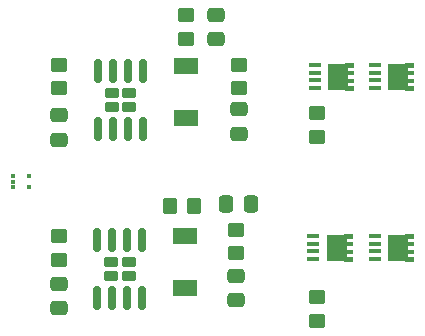
<source format=gtp>
%TF.GenerationSoftware,KiCad,Pcbnew,7.0.10*%
%TF.CreationDate,2024-02-22T18:12:09-06:00*%
%TF.ProjectId,Sabertoothv2,53616265-7274-46f6-9f74-6876322e6b69,rev?*%
%TF.SameCoordinates,Original*%
%TF.FileFunction,Paste,Top*%
%TF.FilePolarity,Positive*%
%FSLAX46Y46*%
G04 Gerber Fmt 4.6, Leading zero omitted, Abs format (unit mm)*
G04 Created by KiCad (PCBNEW 7.0.10) date 2024-02-22 18:12:09*
%MOMM*%
%LPD*%
G01*
G04 APERTURE LIST*
G04 Aperture macros list*
%AMRoundRect*
0 Rectangle with rounded corners*
0 $1 Rounding radius*
0 $2 $3 $4 $5 $6 $7 $8 $9 X,Y pos of 4 corners*
0 Add a 4 corners polygon primitive as box body*
4,1,4,$2,$3,$4,$5,$6,$7,$8,$9,$2,$3,0*
0 Add four circle primitives for the rounded corners*
1,1,$1+$1,$2,$3*
1,1,$1+$1,$4,$5*
1,1,$1+$1,$6,$7*
1,1,$1+$1,$8,$9*
0 Add four rect primitives between the rounded corners*
20,1,$1+$1,$2,$3,$4,$5,0*
20,1,$1+$1,$4,$5,$6,$7,0*
20,1,$1+$1,$6,$7,$8,$9,0*
20,1,$1+$1,$8,$9,$2,$3,0*%
%AMFreePoly0*
4,1,21,1.372500,0.787500,0.862500,0.787500,0.862500,0.532500,1.372500,0.532500,1.372500,0.127500,0.862500,0.127500,0.862500,-0.127500,1.372500,-0.127500,1.372500,-0.532500,0.862500,-0.532500,0.862500,-0.787500,1.372500,-0.787500,1.372500,-1.195000,0.612500,-1.195000,0.612500,-1.117500,-0.862500,-1.117500,-0.862500,1.117500,0.612500,1.117500,0.612500,1.195000,1.372500,1.195000,
1.372500,0.787500,1.372500,0.787500,$1*%
G04 Aperture macros list end*
%ADD10RoundRect,0.250000X-0.475000X0.337500X-0.475000X-0.337500X0.475000X-0.337500X0.475000X0.337500X0*%
%ADD11RoundRect,0.230000X-0.375000X0.230000X-0.375000X-0.230000X0.375000X-0.230000X0.375000X0.230000X0*%
%ADD12RoundRect,0.150000X-0.150000X0.825000X-0.150000X-0.825000X0.150000X-0.825000X0.150000X0.825000X0*%
%ADD13R,0.990000X0.405000*%
%ADD14FreePoly0,0.000000*%
%ADD15RoundRect,0.250000X0.450000X-0.350000X0.450000X0.350000X-0.450000X0.350000X-0.450000X-0.350000X0*%
%ADD16R,2.100000X1.400000*%
%ADD17RoundRect,0.250000X-0.450000X0.350000X-0.450000X-0.350000X0.450000X-0.350000X0.450000X0.350000X0*%
%ADD18RoundRect,0.250000X0.337500X0.475000X-0.337500X0.475000X-0.337500X-0.475000X0.337500X-0.475000X0*%
%ADD19RoundRect,0.250000X0.350000X0.450000X-0.350000X0.450000X-0.350000X-0.450000X0.350000X-0.450000X0*%
%ADD20R,0.450000X0.300000*%
G04 APERTURE END LIST*
D10*
X33020000Y-45190500D03*
X33020000Y-47265500D03*
X48260000Y-44682500D03*
X48260000Y-46757500D03*
D11*
X38970000Y-57640000D03*
X37470000Y-57640000D03*
X38970000Y-58780000D03*
X37470000Y-58780000D03*
D12*
X40125000Y-55735000D03*
X38855000Y-55735000D03*
X37585000Y-55735000D03*
X36315000Y-55735000D03*
X36315000Y-60685000D03*
X37585000Y-60685000D03*
X38855000Y-60685000D03*
X40125000Y-60685000D03*
D13*
X54593000Y-55398000D03*
X54593000Y-56058000D03*
X54593000Y-56718000D03*
X54593000Y-57378000D03*
D14*
X56585500Y-56388000D03*
D15*
X54864000Y-46990000D03*
X54864000Y-44990000D03*
X54864000Y-62595000D03*
X54864000Y-60595000D03*
D16*
X43738800Y-59772000D03*
X43738800Y-55372000D03*
D15*
X48006000Y-56880000D03*
X48006000Y-54880000D03*
D13*
X59800000Y-40920000D03*
X59800000Y-41580000D03*
X59800000Y-42240000D03*
X59800000Y-42900000D03*
D14*
X61792500Y-41910000D03*
D10*
X48006000Y-58753000D03*
X48006000Y-60828000D03*
D17*
X43815000Y-36735000D03*
X43815000Y-38735000D03*
D10*
X46355000Y-36655000D03*
X46355000Y-38730000D03*
D18*
X49297500Y-52705000D03*
X47222500Y-52705000D03*
D17*
X33020000Y-55420000D03*
X33020000Y-57420000D03*
D16*
X43815000Y-45380000D03*
X43815000Y-40980000D03*
D13*
X54720000Y-40920000D03*
X54720000Y-41580000D03*
X54720000Y-42240000D03*
X54720000Y-42900000D03*
D14*
X56712500Y-41910000D03*
D13*
X59779000Y-55398000D03*
X59779000Y-56058000D03*
X59779000Y-56718000D03*
X59779000Y-57378000D03*
D14*
X61771500Y-56388000D03*
D15*
X48260000Y-42910000D03*
X48260000Y-40910000D03*
D19*
X44450000Y-52832000D03*
X42450000Y-52832000D03*
D11*
X39020000Y-43310000D03*
X37520000Y-43310000D03*
X39020000Y-44450000D03*
X37520000Y-44450000D03*
D12*
X40175000Y-41405000D03*
X38905000Y-41405000D03*
X37635000Y-41405000D03*
X36365000Y-41405000D03*
X36365000Y-46355000D03*
X37635000Y-46355000D03*
X38905000Y-46355000D03*
X40175000Y-46355000D03*
D20*
X29145000Y-50300000D03*
X29145000Y-50800000D03*
X29145000Y-51300000D03*
X30545000Y-51300000D03*
X30545000Y-50300000D03*
D17*
X33020000Y-40910000D03*
X33020000Y-42910000D03*
D10*
X33020000Y-59436000D03*
X33020000Y-61511000D03*
M02*

</source>
